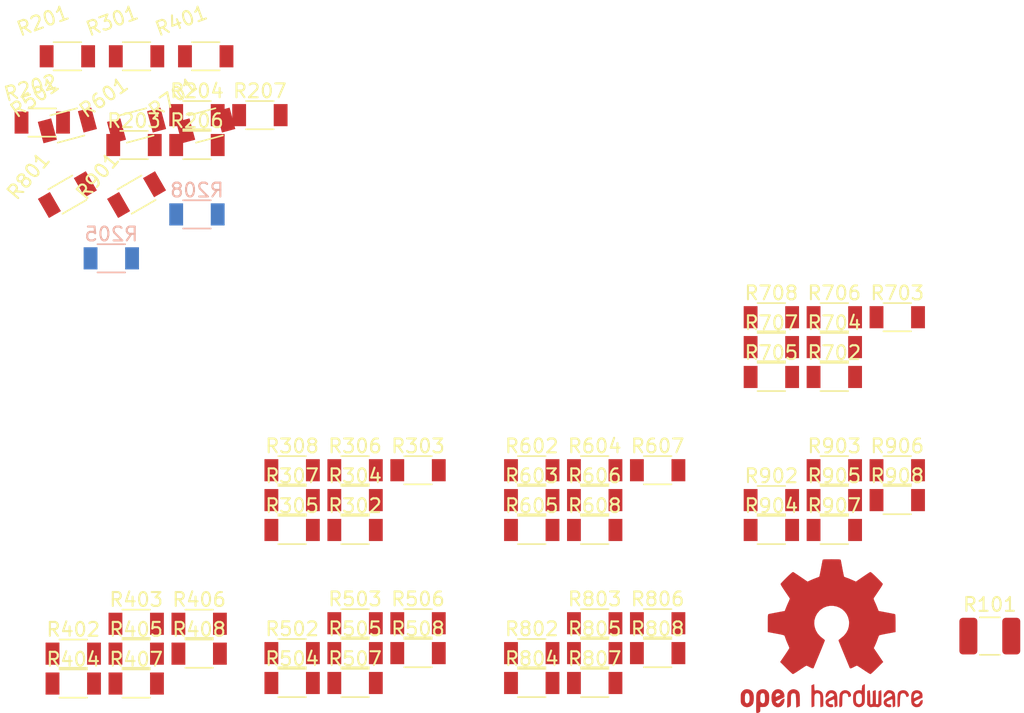
<source format=kicad_pcb>
(kicad_pcb (version 20211014) (generator pcbnew)
  (layers (0 "F.Cu" signal) (31 "B.Cu" signal) (34 "B.Paste" user) (35 "F.Paste" user) (36 "B.SilkS" user "B.Silkscreen") (37 "F.SilkS" user "F.Silkscreen") (38 "B.Mask" user) (39 "F.Mask" user) (44 "Edge.Cuts" user))
  (net 0 "")
  (footprint "Passives:R1206M" (layer "F.Cu") (at 43.815 39.21 30)
    (fp_text reference "R801" (at -1.768 -2.568001 50 unlocked) (layer "F.SilkS"))
    (fp_text value "1k" hide)
    (pad "1" smd rect locked (at -1.5 0 30) (size 1 1.6) (layers "F.Cu" "F.Paste" "F.Mask"))
    (pad "2" smd rect locked (at 1.5 0 30) (size 1 1.6) (layers "F.Cu" "F.Paste" "F.Mask"))
  )
  (footprint "Passives:R1206M" (layer "F.Cu") (at 77.380001 59.130001)
    (fp_text reference "R602" (at 0 -1.75) (layer "F.SilkS"))
    (fp_text value "1k" hide)
    (pad "1" smd rect locked (at -1.5 0) (size 1 1.6) (layers "F.Cu" "F.Paste" "F.Mask"))
    (pad "2" smd rect locked (at 1.5 0) (size 1 1.6) (layers "F.Cu" "F.Paste" "F.Mask"))
  )
  (footprint "Passives:R1206M" (layer "F.Cu") (at 77.380001 61.290001)
    (fp_text reference "R603" (at 0 -1.75) (layer "F.SilkS"))
    (fp_text value "1k" hide)
    (pad "1" smd rect locked (at -1.5 0) (size 1 1.6) (layers "F.Cu" "F.Paste" "F.Mask"))
    (pad "2" smd rect locked (at 1.5 0) (size 1 1.6) (layers "F.Cu" "F.Paste" "F.Mask"))
  )
  (footprint "Passives:R1206M" (layer "F.Cu") (at 81.930001 59.130001)
    (fp_text reference "R604" (at 0 -1.75) (layer "F.SilkS"))
    (fp_text value "1k" hide)
    (pad "1" smd rect locked (at -1.5 0) (size 1 1.6) (layers "F.Cu" "F.Paste" "F.Mask"))
    (pad "2" smd rect locked (at 1.5 0) (size 1 1.6) (layers "F.Cu" "F.Paste" "F.Mask"))
  )
  (footprint "Passives:R1206M" (layer "F.Cu") (at 77.380001 63.450001)
    (fp_text reference "R605" (at 0 -1.75) (layer "F.SilkS"))
    (fp_text value "1k" hide)
    (pad "1" smd rect locked (at -1.5 0) (size 1 1.6) (layers "F.Cu" "F.Paste" "F.Mask"))
    (pad "2" smd rect locked (at 1.5 0) (size 1 1.6) (layers "F.Cu" "F.Paste" "F.Mask"))
  )
  (footprint "Passives:R1206M" (layer "F.Cu") (at 81.930001 61.290001)
    (fp_text reference "R606" (at 0 -1.75) (layer "F.SilkS"))
    (fp_text value "1k" hide)
    (pad "1" smd rect locked (at -1.5 0) (size 1 1.6) (layers "F.Cu" "F.Paste" "F.Mask"))
    (pad "2" smd rect locked (at 1.5 0) (size 1 1.6) (layers "F.Cu" "F.Paste" "F.Mask"))
  )
  (footprint "Passives:R1206M" (layer "F.Cu") (at 86.480001 59.130001)
    (fp_text reference "R607" (at 0 -1.75) (layer "F.SilkS"))
    (fp_text value "1k" hide)
    (pad "1" smd rect locked (at -1.5 0) (size 1 1.6) (layers "F.Cu" "F.Paste" "F.Mask"))
    (pad "2" smd rect locked (at 1.5 0) (size 1 1.6) (layers "F.Cu" "F.Paste" "F.Mask"))
  )
  (footprint "Passives:R1206M" (layer "F.Cu") (at 81.930001 63.450001)
    (fp_text reference "R608" (at 0 -1.75) (layer "F.SilkS"))
    (fp_text value "1k" hide)
    (pad "1" smd rect locked (at -1.5 0) (size 1 1.6) (layers "F.Cu" "F.Paste" "F.Mask"))
    (pad "2" smd rect locked (at 1.5 0) (size 1 1.6) (layers "F.Cu" "F.Paste" "F.Mask"))
  )
  (footprint "Passives:R1206M" (layer "F.Cu") (at 53.815 34.21 15)
    (fp_text reference "R701" (at -1.768001 -2.568001 35 unlocked) (layer "F.SilkS"))
    (fp_text value "1k" hide)
    (pad "1" smd rect locked (at -1.5 0 15) (size 1 1.6) (layers "F.Cu" "F.Paste" "F.Mask"))
    (pad "2" smd rect locked (at 1.5 0 15) (size 1 1.6) (layers "F.Cu" "F.Paste" "F.Mask"))
  )
  (footprint "Passives:R1206M" (layer "F.Cu") (at 99.250001 52.390001)
    (fp_text reference "R702" (at 0 -1.75) (layer "F.SilkS"))
    (fp_text value "1k" hide)
    (pad "1" smd rect locked (at -1.5 0) (size 1 1.6) (layers "F.Cu" "F.Paste" "F.Mask"))
    (pad "2" smd rect locked (at 1.5 0) (size 1 1.6) (layers "F.Cu" "F.Paste" "F.Mask"))
  )
  (footprint "Passives:R1206M" (layer "F.Cu") (at 103.800001 48.070001)
    (fp_text reference "R703" (at 0 -1.75) (layer "F.SilkS"))
    (fp_text value "1k" hide)
    (pad "1" smd rect locked (at -1.5 0) (size 1 1.6) (layers "F.Cu" "F.Paste" "F.Mask"))
    (pad "2" smd rect locked (at 1.5 0) (size 1 1.6) (layers "F.Cu" "F.Paste" "F.Mask"))
  )
  (footprint "Passives:R1206M" (layer "F.Cu") (at 99.250001 50.230001)
    (fp_text reference "R704" (at 0 -1.75) (layer "F.SilkS"))
    (fp_text value "1k" hide)
    (pad "1" smd rect locked (at -1.5 0) (size 1 1.6) (layers "F.Cu" "F.Paste" "F.Mask"))
    (pad "2" smd rect locked (at 1.5 0) (size 1 1.6) (layers "F.Cu" "F.Paste" "F.Mask"))
  )
  (footprint "Passives:R1206M" (layer "F.Cu") (at 94.700001 52.390001)
    (fp_text reference "R705" (at 0 -1.75) (layer "F.SilkS"))
    (fp_text value "1k" hide)
    (pad "1" smd rect locked (at -1.5 0) (size 1 1.6) (layers "F.Cu" "F.Paste" "F.Mask"))
    (pad "2" smd rect locked (at 1.5 0) (size 1 1.6) (layers "F.Cu" "F.Paste" "F.Mask"))
  )
  (footprint "Passives:R1206M" (layer "F.Cu") (at 99.250001 48.070001)
    (fp_text reference "R706" (at 0 -1.75) (layer "F.SilkS"))
    (fp_text value "1k" hide)
    (pad "1" smd rect locked (at -1.5 0) (size 1 1.6) (layers "F.Cu" "F.Paste" "F.Mask"))
    (pad "2" smd rect locked (at 1.5 0) (size 1 1.6) (layers "F.Cu" "F.Paste" "F.Mask"))
  )
  (footprint "Passives:R1206M" (layer "F.Cu") (at 94.700001 50.230001)
    (fp_text reference "R707" (at 0 -1.75) (layer "F.SilkS"))
    (fp_text value "1k" hide)
    (pad "1" smd rect locked (at -1.5 0) (size 1 1.6) (layers "F.Cu" "F.Paste" "F.Mask"))
    (pad "2" smd rect locked (at 1.5 0) (size 1 1.6) (layers "F.Cu" "F.Paste" "F.Mask"))
  )
  (footprint "Passives:R1206M" (layer "F.Cu") (at 94.700001 48.070001)
    (fp_text reference "R708" (at 0 -1.75) (layer "F.SilkS"))
    (fp_text value "1k" hide)
    (pad "1" smd rect locked (at -1.5 0) (size 1 1.6) (layers "F.Cu" "F.Paste" "F.Mask"))
    (pad "2" smd rect locked (at 1.5 0) (size 1 1.6) (layers "F.Cu" "F.Paste" "F.Mask"))
  )
  (footprint "Passives:R1206M" (layer "F.Cu") (at 48.815 34.21 15)
    (fp_text reference "R601" (at -1.768001 -2.568001 35 unlocked) (layer "F.SilkS"))
    (fp_text value "1k" hide)
    (pad "1" smd rect locked (at -1.5 0 15) (size 1 1.6) (layers "F.Cu" "F.Paste" "F.Mask"))
    (pad "2" smd rect locked (at 1.5 0 15) (size 1 1.6) (layers "F.Cu" "F.Paste" "F.Mask"))
  )
  (footprint "Passives:R1206M" (layer "F.Cu") (at 77.380001 72.350001)
    (fp_text reference "R802" (at 0 -1.75) (layer "F.SilkS"))
    (fp_text value "1k" hide)
    (pad "1" smd rect locked (at -1.5 0) (size 1 1.6) (layers "F.Cu" "F.Paste" "F.Mask"))
    (pad "2" smd rect locked (at 1.5 0) (size 1 1.6) (layers "F.Cu" "F.Paste" "F.Mask"))
  )
  (footprint "Passives:R1206M" (layer "F.Cu") (at 81.930001 70.190001)
    (fp_text reference "R803" (at 0 -1.75) (layer "F.SilkS"))
    (fp_text value "1k" hide)
    (pad "1" smd rect locked (at -1.5 0) (size 1 1.6) (layers "F.Cu" "F.Paste" "F.Mask"))
    (pad "2" smd rect locked (at 1.5 0) (size 1 1.6) (layers "F.Cu" "F.Paste" "F.Mask"))
  )
  (footprint "Passives:R1206M" (layer "F.Cu") (at 77.380001 74.510001)
    (fp_text reference "R804" (at 0 -1.75) (layer "F.SilkS"))
    (fp_text value "1k" hide)
    (pad "1" smd rect locked (at -1.5 0) (size 1 1.6) (layers "F.Cu" "F.Paste" "F.Mask"))
    (pad "2" smd rect locked (at 1.5 0) (size 1 1.6) (layers "F.Cu" "F.Paste" "F.Mask"))
  )
  (footprint "Passives:R1206M" (layer "F.Cu") (at 81.930001 72.350001)
    (fp_text reference "R805" (at 0 -1.75) (layer "F.SilkS"))
    (fp_text value "1k" hide)
    (pad "1" smd rect locked (at -1.5 0) (size 1 1.6) (layers "F.Cu" "F.Paste" "F.Mask"))
    (pad "2" smd rect locked (at 1.5 0) (size 1 1.6) (layers "F.Cu" "F.Paste" "F.Mask"))
  )
  (footprint "Passives:R1206M" (layer "F.Cu") (at 86.480001 70.190001)
    (fp_text reference "R806" (at 0 -1.75) (layer "F.SilkS"))
    (fp_text value "1k" hide)
    (pad "1" smd rect locked (at -1.5 0) (size 1 1.6) (layers "F.Cu" "F.Paste" "F.Mask"))
    (pad "2" smd rect locked (at 1.5 0) (size 1 1.6) (layers "F.Cu" "F.Paste" "F.Mask"))
  )
  (footprint "Passives:R1206M" (layer "F.Cu") (at 81.930001 74.510001)
    (fp_text reference "R807" (at 0 -1.75) (layer "F.SilkS"))
    (fp_text value "1k" hide)
    (pad "1" smd rect locked (at -1.5 0) (size 1 1.6) (layers "F.Cu" "F.Paste" "F.Mask"))
    (pad "2" smd rect locked (at 1.5 0) (size 1 1.6) (layers "F.Cu" "F.Paste" "F.Mask"))
  )
  (footprint "Passives:R1206M" (layer "F.Cu") (at 86.480001 72.350001)
    (fp_text reference "R808" (at 0 -1.75) (layer "F.SilkS"))
    (fp_text value "1k" hide)
    (pad "1" smd rect locked (at -1.5 0) (size 1 1.6) (layers "F.Cu" "F.Paste" "F.Mask"))
    (pad "2" smd rect locked (at 1.5 0) (size 1 1.6) (layers "F.Cu" "F.Paste" "F.Mask"))
  )
  (footprint "Passives:R1206M" (layer "F.Cu") (at 48.815 39.21 30)
    (fp_text reference "R901" (at -1.768 -2.568001 50 unlocked) (layer "F.SilkS"))
    (fp_text value "1k" hide)
    (pad "1" smd rect locked (at -1.5 0 30) (size 1 1.6) (layers "F.Cu" "F.Paste" "F.Mask"))
    (pad "2" smd rect locked (at 1.5 0 30) (size 1 1.6) (layers "F.Cu" "F.Paste" "F.Mask"))
  )
  (footprint "Passives:R1206M" (layer "F.Cu") (at 94.700001 61.290001)
    (fp_text reference "R902" (at 0 -1.75) (layer "F.SilkS"))
    (fp_text value "1k" hide)
    (pad "1" smd rect locked (at -1.5 0) (size 1 1.6) (layers "F.Cu" "F.Paste" "F.Mask"))
    (pad "2" smd rect locked (at 1.5 0) (size 1 1.6) (layers "F.Cu" "F.Paste" "F.Mask"))
  )
  (footprint "Passives:R1206M" (layer "F.Cu") (at 99.250001 59.130001)
    (fp_text reference "R903" (at 0 -1.75) (layer "F.SilkS"))
    (fp_text value "1k" hide)
    (pad "1" smd rect locked (at -1.5 0) (size 1 1.6) (layers "F.Cu" "F.Paste" "F.Mask"))
    (pad "2" smd rect locked (at 1.5 0) (size 1 1.6) (layers "F.Cu" "F.Paste" "F.Mask"))
  )
  (footprint "Passives:R1206M" (layer "F.Cu") (at 94.700001 63.450001)
    (fp_text reference "R904" (at 0 -1.75) (layer "F.SilkS"))
    (fp_text value "1k" hide)
    (pad "1" smd rect locked (at -1.5 0) (size 1 1.6) (layers "F.Cu" "F.Paste" "F.Mask"))
    (pad "2" smd rect locked (at 1.5 0) (size 1 1.6) (layers "F.Cu" "F.Paste" "F.Mask"))
  )
  (footprint "Passives:R1206M" (layer "F.Cu") (at 99.250001 61.290001)
    (fp_text reference "R905" (at 0 -1.75) (layer "F.SilkS"))
    (fp_text value "1k" hide)
    (pad "1" smd rect locked (at -1.5 0) (size 1 1.6) (layers "F.Cu" "F.Paste" "F.Mask"))
    (pad "2" smd rect locked (at 1.5 0) (size 1 1.6) (layers "F.Cu" "F.Paste" "F.Mask"))
  )
  (footprint "Passives:R1206M" (layer "F.Cu") (at 103.800001 59.130001)
    (fp_text reference "R906" (at 0 -1.75) (layer "F.SilkS"))
    (fp_text value "1k" hide)
    (pad "1" smd rect locked (at -1.5 0) (size 1 1.6) (layers "F.Cu" "F.Paste" "F.Mask"))
    (pad "2" smd rect locked (at 1.5 0) (size 1 1.6) (layers "F.Cu" "F.Paste" "F.Mask"))
  )
  (footprint "Passives:R1206M" (layer "F.Cu") (at 99.250001 63.450001)
    (fp_text reference "R907" (at 0 -1.75) (layer "F.SilkS"))
    (fp_text value "1k" hide)
    (pad "1" smd rect locked (at -1.5 0) (size 1 1.6) (layers "F.Cu" "F.Paste" "F.Mask"))
    (pad "2" smd rect locked (at 1.5 0) (size 1 1.6) (layers "F.Cu" "F.Paste" "F.Mask"))
  )
  (footprint "Passives:R1206M" (layer "F.Cu") (at 103.800001 61.290001)
    (fp_text reference "R908" (at 0 -1.75) (layer "F.SilkS"))
    (fp_text value "1k" hide)
    (pad "1" smd rect locked (at -1.5 0) (size 1 1.6) (layers "F.Cu" "F.Paste" "F.Mask"))
    (pad "2" smd rect locked (at 1.5 0) (size 1 1.6) (layers "F.Cu" "F.Paste" "F.Mask"))
  )
  (footprint "Passives:R1206M" (layer "F.Cu") (at 53.815 29.21)
    (fp_text reference "R401" (at -1.768 -2.568 20 unlocked) (layer "F.SilkS"))
    (fp_text value "1k" hide)
    (pad "1" smd rect locked (at -1.5 0) (size 1 1.6) (layers "F.Cu" "F.Paste" "F.Mask"))
    (pad "2" smd rect locked (at 1.5 0) (size 1 1.6) (layers "F.Cu" "F.Paste" "F.Mask"))
  )
  (footprint "Passives:R1206M" (layer "F.Cu") (at 42 34)
    (fp_text reference "R202" (at -0.852 -2.504 15 unlocked) (layer "F.SilkS"))
    (fp_text value "1k" hide)
    (pad "1" smd rect locked (at -1.5 0) (size 1 1.6) (layers "F.Cu" "F.Paste" "F.Mask"))
    (pad "2" smd rect locked (at 1.5 0) (size 1 1.6) (layers "F.Cu" "F.Paste" "F.Mask"))
  )
  (footprint "Passives:R1206M" (layer "F.Cu") (at 48.630001 35.625001)
    (fp_text reference "R203" (at 0 -1.75) (layer "F.SilkS"))
    (fp_text value "1k" hide)
    (pad "1" smd rect locked (at -1.5 0) (size 1 1.6) (layers "F.Cu" "F.Paste" "F.Mask"))
    (pad "2" smd rect locked (at 1.5 0) (size 1 1.6) (layers "F.Cu" "F.Paste" "F.Mask"))
  )
  (footprint "Passives:R1206M" (layer "F.Cu") (at 53.180001 33.465001)
    (fp_text reference "R204" (at 0 -1.75) (layer "F.SilkS"))
    (fp_text value "1k" hide)
    (pad "1" smd rect locked (at -1.5 0) (size 1 1.6) (layers "F.Cu" "F.Paste" "F.Mask"))
    (pad "2" smd rect locked (at 1.5 0) (size 1 1.6) (layers "F.Cu" "F.Paste" "F.Mask"))
  )
  (footprint "Passives:R1206M" (layer "F.Cu") (at 53.180001 35.625001)
    (fp_text reference "R206" (at 0 -1.75) (layer "F.SilkS"))
    (fp_text value "1k" hide)
    (pad "1" smd rect locked (at -1.5 0) (size 1 1.6) (layers "F.Cu" "F.Paste" "F.Mask"))
    (pad "2" smd rect locked (at 1.5 0) (size 1 1.6) (layers "F.Cu" "F.Paste" "F.Mask"))
  )
  (footprint "Passives:R1206M" (layer "F.Cu") (at 57.730001 33.465001)
    (fp_text reference "R207" (at 0 -1.75) (layer "F.SilkS"))
    (fp_text value "1k" hide)
    (pad "1" smd rect locked (at -1.5 0) (size 1 1.6) (layers "F.Cu" "F.Paste" "F.Mask"))
    (pad "2" smd rect locked (at 1.5 0) (size 1 1.6) (layers "F.Cu" "F.Paste" "F.Mask"))
  )
  (footprint "Passives:R1206M" (layer "F.Cu") (at 48.815 29.21)
    (fp_text reference "R301" (at -1.768 -2.568 20 unlocked) (layer "F.SilkS"))
    (fp_text value "1k" hide)
    (pad "1" smd rect locked (at -1.5 0) (size 1 1.6) (layers "F.Cu" "F.Paste" "F.Mask"))
    (pad "2" smd rect locked (at 1.5 0) (size 1 1.6) (layers "F.Cu" "F.Paste" "F.Mask"))
  )
  (footprint "Passives:R1206M" (layer "F.Cu") (at 64.610001 63.450001)
    (fp_text reference "R302" (at 0 -1.75) (layer "F.SilkS"))
    (fp_text value "1k" hide)
    (pad "1" smd rect locked (at -1.5 0) (size 1 1.6) (layers "F.Cu" "F.Paste" "F.Mask"))
    (pad "2" smd rect locked (at 1.5 0) (size 1 1.6) (layers "F.Cu" "F.Paste" "F.Mask"))
  )
  (footprint "Passives:R1206M" (layer "F.Cu") (at 69.160001 59.130001)
    (fp_text reference "R303" (at 0 -1.75) (layer "F.SilkS"))
    (fp_text value "1k" hide)
    (pad "1" smd rect locked (at -1.5 0) (size 1 1.6) (layers "F.Cu" "F.Paste" "F.Mask"))
    (pad "2" smd rect locked (at 1.5 0) (size 1 1.6) (layers "F.Cu" "F.Paste" "F.Mask"))
  )
  (footprint "Passives:R1206M" (layer "F.Cu") (at 64.610001 61.290001)
    (fp_text reference "R304" (at 0 -1.75) (layer "F.SilkS"))
    (fp_text value "1k" hide)
    (pad "1" smd rect locked (at -1.5 0) (size 1 1.6) (layers "F.Cu" "F.Paste" "F.Mask"))
    (pad "2" smd rect locked (at 1.5 0) (size 1 1.6) (layers "F.Cu" "F.Paste" "F.Mask"))
  )
  (footprint "Passives:R1206M" (layer "F.Cu") (at 60.060001 63.450001)
    (fp_text reference "R305" (at 0 -1.75) (layer "F.SilkS"))
    (fp_text value "1k" hide)
    (pad "1" smd rect locked (at -1.5 0) (size 1 1.6) (layers "F.Cu" "F.Paste" "F.Mask"))
    (pad "2" smd rect locked (at 1.5 0) (size 1 1.6) (layers "F.Cu" "F.Paste" "F.Mask"))
  )
  (footprint "Passives:R1206M" (layer "F.Cu") (at 64.610001 59.130001)
    (fp_text reference "R306" (at 0 -1.75) (layer "F.SilkS"))
    (fp_text value "1k" hide)
    (pad "1" smd rect locked (at -1.5 0) (size 1 1.6) (layers "F.Cu" "F.Paste" "F.Mask"))
    (pad "2" smd rect locked (at 1.5 0) (size 1 1.6) (layers "F.Cu" "F.Paste" "F.Mask"))
  )
  (footprint "Passives:R1206M" (layer "F.Cu") (at 60.060001 61.290001)
    (fp_text reference "R307" (at 0 -1.75) (layer "F.SilkS"))
    (fp_text value "1k" hide)
    (pad "1" smd rect locked (at -1.5 0) (size 1 1.6) (layers "F.Cu" "F.Paste" "F.Mask"))
    (pad "2" smd rect locked (at 1.5 0) (size 1 1.6) (layers "F.Cu" "F.Paste" "F.Mask"))
  )
  (footprint "Passives:R1206M" (layer "F.Cu") (at 60.060001 59.130001)
    (fp_text reference "R308" (at 0 -1.75) (layer "F.SilkS"))
    (fp_text value "1k" hide)
    (pad "1" smd rect locked (at -1.5 0) (size 1 1.6) (layers "F.Cu" "F.Paste" "F.Mask"))
    (pad "2" smd rect locked (at 1.5 0) (size 1 1.6) (layers "F.Cu" "F.Paste" "F.Mask"))
  )
  (footprint "Passives:R1206M" (layer "F.Cu") (at 43.815 29.21)
    (fp_text reference "R201" (at -1.768 -2.568 20 unlocked) (layer "F.SilkS"))
    (fp_text value "1k" hide)
    (pad "1" smd rect locked (at -1.5 0) (size 1 1.6) (layers "F.Cu" "F.Paste" "F.Mask"))
    (pad "2" smd rect locked (at 1.5 0) (size 1 1.6) (layers "F.Cu" "F.Paste" "F.Mask"))
  )
  (footprint "Passives:R1206M" (layer "F.Cu") (at 44.24 72.39)
    (fp_text reference "R402" (at 0 -1.75) (layer "F.SilkS"))
    (fp_text value "1k" hide)
    (pad "1" smd rect locked (at -1.5 0) (size 1 1.6) (layers "F.Cu" "F.Paste" "F.Mask"))
    (pad "2" smd rect locked (at 1.5 0) (size 1 1.6) (layers "F.Cu" "F.Paste" "F.Mask"))
  )
  (footprint "Passives:R1206M" (layer "F.Cu") (at 48.79 70.23)
    (fp_text reference "R403" (at 0 -1.75) (layer "F.SilkS"))
    (fp_text value "1k" hide)
    (pad "1" smd rect locked (at -1.5 0) (size 1 1.6) (layers "F.Cu" "F.Paste" "F.Mask"))
    (pad "2" smd rect locked (at 1.5 0) (size 1 1.6) (layers "F.Cu" "F.Paste" "F.Mask"))
  )
  (footprint "Passives:R1206M" (layer "F.Cu") (at 44.24 74.55)
    (fp_text reference "R404" (at 0 -1.75) (layer "F.SilkS"))
    (fp_text value "1k" hide)
    (pad "1" smd rect locked (at -1.5 0) (size 1 1.6) (layers "F.Cu" "F.Paste" "F.Mask"))
    (pad "2" smd rect locked (at 1.5 0) (size 1 1.6) (layers "F.Cu" "F.Paste" "F.Mask"))
  )
  (footprint "Passives:R1206M" (layer "F.Cu") (at 48.79 72.39)
    (fp_text reference "R405" (at 0 -1.75) (layer "F.SilkS"))
    (fp_text value "1k" hide)
    (pad "1" smd rect locked (at -1.5 0) (size 1 1.6) (layers "F.Cu" "F.Paste" "F.Mask"))
    (pad "2" smd rect locked (at 1.5 0) (size 1 1.6) (layers "F.Cu" "F.Paste" "F.Mask"))
  )
  (footprint "Passives:R1206M" (layer "F.Cu") (at 53.34 70.23)
    (fp_text reference "R406" (at 0 -1.75) (layer "F.SilkS"))
    (fp_text value "1k" hide)
    (pad "1" smd rect locked (at -1.5 0) (size 1 1.6) (layers "F.Cu" "F.Paste" "F.Mask"))
    (pad "2" smd rect locked (at 1.5 0) (size 1 1.6) (layers "F.Cu" "F.Paste" "F.Mask"))
  )
  (footprint "Passives:R1206M" (layer "F.Cu") (at 48.79 74.55)
    (fp_text reference "R407" (at 0 -1.75) (layer "F.SilkS"))
    (fp_text value "1k" hide)
    (pad "1" smd rect locked (at -1.5 0) (size 1 1.6) (layers "F.Cu" "F.Paste" "F.Mask"))
    (pad "2" smd rect locked (at 1.5 0) (size 1 1.6) (layers "F.Cu" "F.Paste" "F.Mask"))
  )
  (footprint "Passives:R1206M" (layer "F.Cu") (at 53.34 72.39)
    (fp_text reference "R408" (at 0 -1.75) (layer "F.SilkS"))
    (fp_text value "1k" hide)
    (pad "1" smd rect locked (at -1.5 0) (size 1 1.6) (layers "F.Cu" "F.Paste" "F.Mask"))
    (pad "2" smd rect locked (at 1.5 0) (size 1 1.6) (layers "F.Cu" "F.Paste" "F.Mask"))
  )
  (footprint "Passives:R1206M" (layer "F.Cu") (at 43.815 34.21 15)
    (fp_text reference "R501" (at -1.768001 -2.568001 35 unlocked) (layer "F.SilkS"))
    (fp_text value "1k" hide)
    (pad "1" smd rect locked (at -1.5 0 15) (size 1 1.6) (layers "F.Cu" "F.Paste" "F.Mask"))
    (pad "2" smd rect locked (at 1.5 0 15) (size 1 1.6) (layers "F.Cu" "F.Paste" "F.Mask"))
  )
  (footprint "Passives:R1206M" (layer "F.Cu") (at 60.060001 72.350001)
    (fp_text reference "R502" (at 0 -1.75) (layer "F.SilkS"))
    (fp_text value "1k" hide)
    (pad "1" smd rect locked (at -1.5 0) (size 1 1.6) (layers "F.Cu" "F.Paste" "F.Mask"))
    (pad "2" smd rect locked (at 1.5 0) (size 1 1.6) (layers "F.Cu" "F.Paste" "F.Mask"))
  )
  (footprint "Passives:R1206M" (layer "F.Cu") (at 64.610001 70.190001)
    (fp_text reference "R503" (at 0 -1.75) (layer "F.SilkS"))
    (fp_text value "1k" hide)
    (pad "1" smd rect locked (at -1.5 0) (size 1 1.6) (layers "F.Cu" "F.Paste" "F.Mask"))
    (pad "2" smd rect locked (at 1.5 0) (size 1 1.6) (layers "F.Cu" "F.Paste" "F.Mask"))
  )
  (footprint "Passives:R1206M" (layer "F.Cu") (at 60.060001 74.510001)
    (fp_text reference "R504" (at 0 -1.75) (layer "F.SilkS"))
    (fp_text value "1k" hide)
    (pad "1" smd rect locked (at -1.5 0) (size 1 1.6) (layers "F.Cu" "F.Paste" "F.Mask"))
    (pad "2" smd rect locked (at 1.5 0) (size 1 1.6) (layers "F.Cu" "F.Paste" "F.Mask"))
  )
  (footprint "Passives:R1206M" (layer "F.Cu") (at 64.610001 72.350001)
    (fp_text reference "R505" (at 0 -1.75) (layer "F.SilkS"))
    (fp_text value "1k" hide)
    (pad "1" smd rect locked (at -1.5 0) (size 1 1.6) (layers "F.Cu" "F.Paste" "F.Mask"))
    (pad "2" smd rect locked (at 1.5 0) (size 1 1.6) (layers "F.Cu" "F.Paste" "F.Mask"))
  )
  (footprint "Passives:R1206M" (layer "F.Cu") (at 69.160001 70.190001)
    (fp_text reference "R506" (at 0 -1.75) (layer "F.SilkS"))
    (fp_text value "1k" hide)
    (pad "1" smd rect locked (at -1.5 0) (size 1 1.6) (layers "F.Cu" "F.Paste" "F.Mask"))
    (pad "2" smd rect locked (at 1.5 0) (size 1 1.6) (layers "F.Cu" "F.Paste" "F.Mask"))
  )
  (footprint "Passives:R1206M" (layer "F.Cu") (at 64.610001 74.510001)
    (fp_text reference "R507" (at 0 -1.75) (layer "F.SilkS"))
    (fp_text value "1k" hide)
    (pad "1" smd rect locked (at -1.5 0) (size 1 1.6) (layers "F.Cu" "F.Paste" "F.Mask"))
    (pad "2" smd rect locked (at 1.5 0) (size 1 1.6) (layers "F.Cu" "F.Paste" "F.Mask"))
  )
  (footprint "Passives:R1206M" (layer "F.Cu") (at 69.160001 72.350001)
    (fp_text reference "R508" (at 0 -1.75) (layer "F.SilkS"))
    (fp_text value "1k" hide)
    (pad "1" smd rect locked (at -1.5 0) (size 1 1.6) (layers "F.Cu" "F.Paste" "F.Mask"))
    (pad "2" smd rect locked (at 1.5 0) (size 1 1.6) (layers "F.Cu" "F.Paste" "F.Mask"))
  )
  (footprint "Resistor_SMD:R_1210_3225Metric_Pad1.30x2.65mm_HandSolder" (layer "F.Cu") (at 110.49 71.12)
    (fp_text reference "R101" (at 0 -2.28) (layer "F.SilkS"))
    (fp_text value "R")
    (pad "1" smd roundrect (at -1.55 0) (size 1.3 2.65) (layers "F.Cu" "F.Paste" "F.Mask") (roundrect_rratio 0.192308))
    (pad "2" smd roundrect (at 1.55 0) (size 1.3 2.65) (layers "F.Cu" "F.Paste" "F.Mask") (roundrect_rratio 0.192308))
  )
  (footprint "Symbol:OSHW-Logo2_14.6x12mm_Copper" (layer "F.Cu") (at 99.06 71.12)
    (fp_text reference "REF**" hide)
    (fp_text value "OSHW-Logo2_14.6x12mm_Copper" hide)
    (fp_poly (pts (xy -4.8281 3.861903) (xy -4.71655 3.917522) (xy -4.618092 4.019931) (xy -4.590977 4.057864) (xy -4.561438 4.1075) (xy -4.542272 4.161412) (xy -4.531307 4.233364) (xy -4.526371 4.337122) (xy -4.525287 4.474101) (xy -4.530182 4.661815) (xy -4.547196 4.802758) (xy -4.579823 4.907908) (xy -4.631558 4.988243) (xy -4.705896 5.054741) (xy -4.711358 5.058678) (xy -4.78462 5.098953) (xy -4.87284 5.11888) (xy -4.985038 5.123793) (xy -5.167433 5.123793) (xy -5.167509 5.300857) (xy -5.169207 5.39947) (xy -5.17955 5.457314) (xy -5.206578 5.492006) (xy -5.258332 5.521164) (xy -5.270761 5.527121) (xy -5.328923 5.555039) (xy -5.373956 5.572672) (xy -5.407441 5.574194) (xy -5.430962 5.553781) (xy -5.4461 5.505607) (xy -5.454437 5.423846) (xy -5.457556 5.302672) (xy -5.45704 5.13626) (xy -5.454471 4.918785) (xy -5.453668 4.853736) (xy -5.450778 4.629502) (xy -5.448188 4.482821) (xy -5.167586 4.482821) (xy -5.166009 4.607326) (xy -5.159 4.688787) (xy -5.143142 4.742515) (xy -5.115019 4.783823) (xy -5.095925 4.803971) (xy -5.017865 4.862921) (xy -4.948753 4.86772) (xy -4.87744 4.819038) (xy -4.875632 4.817241) (xy -4.846617 4.779618) (xy -4.828967 4.728484) (xy -4.820064 4.649738) (xy -4.817291 4.529276) (xy -4.817241 4.502588) (xy -4.823942 4.336583) (xy -4.845752 4.221505) (xy -4.885235 4.151254) (xy -4.944956 4.119729) (xy -4.979472 4.116552) (xy -5.061389 4.13146) (xy -5.117579 4.180548) (xy -5.151402 4.270362) (xy -5.16622 4.407445) (xy -5.167586 4.482821) (xy -5.448188 4.482821) (xy -5.447713 4.455952) (xy -5.443753 4.325382) (xy -5.438174 4.230087) (xy -5.430254 4.162364) (xy -5.419269 4.114507) (xy -5.404499 4.078813) (xy -5.385218 4.047578) (xy -5.376951 4.035824) (xy -5.267288 3.924797) (xy -5.128635 3.861847) (xy -4.968246 3.844297) (xy -4.8281 3.861903)) (layer "F.Cu") (width 0.01) (fill solid))
    (fp_poly (pts (xy 6.343439 3.95654) (xy 6.45895 4.032034) (xy 6.514664 4.099617) (xy 6.558804 4.222255) (xy 6.562309 4.319298) (xy 6.554368 4.449056) (xy 6.255115 4.580039) (xy 6.109611 4.646958) (xy 6.014537 4.70079) (xy 5.965101 4.747416) (xy 5.956511 4.79272) (xy 5.983972 4.842582) (xy 6.014253 4.875632) (xy 6.102363 4.928633) (xy 6.198196 4.932347) (xy 6.286212 4.891041) (xy 6.350869 4.808983) (xy 6.362433 4.780008) (xy 6.417825 4.689509) (xy 6.481553 4.65094) (xy 6.568966 4.617946) (xy 6.568966 4.743034) (xy 6.561238 4.828156) (xy 6.530966 4.899938) (xy 6.467518 4.982356) (xy 6.458088 4.993066) (xy 6.387513 5.066391) (xy 6.326847 5.105742) (xy 6.25095 5.123845) (xy 6.18803 5.129774) (xy 6.075487 5.131251) (xy 5.99537 5.112535) (xy 5.94539 5.084747) (xy 5.866838 5.023641) (xy 5.812463 4.957554) (xy 5.778052 4.874441) (xy 5.759388 4.762254) (xy 5.752256 4.608946) (xy 5.751687 4.531136) (xy 5.753622 4.437853) (xy 5.929899 4.437853) (xy 5.931944 4.487896) (xy 5.937039 4.496092) (xy 5.970666 4.484958) (xy 6.04303 4.455493) (xy 6.139747 4.413601) (xy 6.159973 4.404597) (xy 6.282203 4.342442) (xy 6.349547 4.287815) (xy 6.364348 4.236649) (xy 6.328947 4.184876) (xy 6.299711 4.162) (xy 6.194216 4.11625) (xy 6.095476 4.123808) (xy 6.012812 4.179651) (xy 5.955548 4.278753) (xy 5.937188 4.357414) (xy 5.929899 4.437853) (xy 5.753622 4.437853) (xy 5.755459 4.349351) (xy 5.769359 4.214853) (xy 5.796894 4.116916) (xy 5.841572 4.044811) (xy 5.906901 3.987813) (xy 5.935383 3.969393) (xy 6.064763 3.921422) (xy 6.206412 3.918403) (xy 6.343439 3.95654)) (layer "F.Cu") (width 0.01) (fill solid))
    (fp_poly (pts (xy 5.33569 3.940018) (xy 5.370585 3.955269) (xy 5.453877 4.021235) (xy 5.525103 4.116618) (xy 5.569153 4.218406) (xy 5.576322 4.268587) (xy 5.552285 4.338647) (xy 5.499561 4.375717) (xy 5.443031 4.398164) (xy 5.417146 4.4023) (xy 5.404542 4.372283) (xy 5.379654 4.306961) (xy 5.368735 4.277445) (xy 5.307508 4.175348) (xy 5.218861 4.124423) (xy 5.105193 4.125989) (xy 5.096774 4.127994) (xy 5.036088 4.156767) (xy 4.991474 4.212859) (xy 4.961002 4.303163) (xy 4.942744 4.434571) (xy 4.934771 4.613974) (xy 4.934023 4.709433) (xy 4.933652 4.859913) (xy 4.931223 4.962495) (xy 4.92476 5.027672) (xy 4.912288 5.065938) (xy 4.891833 5.087785) (xy 4.861419 5.103707) (xy 4.859661 5.104509) (xy 4.801091 5.129272) (xy 4.772075 5.138391) (xy 4.767616 5.110822) (xy 4.763799 5.03462) (xy 4.760899 4.919541) (xy 4.759191 4.775341) (xy 4.758851 4.669814) (xy 4.760588 4.465613) (xy 4.767382 4.310697) (xy 4.781607 4.196024) (xy 4.805638 4.112551) (xy 4.841848 4.051236) (xy 4.892612 4.003034) (xy 4.942739 3.969393) (xy 5.063275 3.924619) (xy 5.203557 3.914521) (xy 5.33569 3.940018)) (layer "F.Cu") (width 0.01) (fill solid))
    (fp_poly (pts (xy 0.209014 -5.547002) (xy 0.367006 -5.546137) (xy 0.481347 -5.543795) (xy 0.559407 -5.539238) (xy 0.608554 -5.53173) (xy 0.636159 -5.520534) (xy 0.649592 -5.504912) (xy 0.656221 -5.484127) (xy 0.656865 -5.481437) (xy 0.666935 -5.432887) (xy 0.685575 -5.337095) (xy 0.710845 -5.204257) (xy 0.740807 -5.044569) (xy 0.773522 -4.868226) (xy 0.774664 -4.862033) (xy 0.807433 -4.689218) (xy 0.838093 -4.536531) (xy 0.864664 -4.413129) (xy 0.885167 -4.328169) (xy 0.897626 -4.29081) (xy 0.89822 -4.290148) (xy 0.934919 -4.271905) (xy 1.010586 -4.241503) (xy 1.108878 -4.205507) (xy 1.109425 -4.205315) (xy 1.233233 -4.158778) (xy 1.379196 -4.099496) (xy 1.516781 -4.039891) (xy 1.523293 -4.036944) (xy 1.74739 -3.935235) (xy 2.243619 -4.274103) (xy 2.395846 -4.377408) (xy 2.533741 -4.469763) (xy 2.649315 -4.545916) (xy 2.734579 -4.600615) (xy 2.781544 -4.628607) (xy 2.786004 -4.630683) (xy 2.820134 -4.62144) (xy 2.883881 -4.576844) (xy 2.979731 -4.494791) (xy 3.110169 -4.373179) (xy 3.243328 -4.243795) (xy 3.371694 -4.116298) (xy 3.486581 -3.999954) (xy 3.581073 -3.901948) (xy 3.648253 -3.829464) (xy 3.681206 -3.789687) (xy 3.682432 -3.787639) (xy 3.686074 -3.760344) (xy 3.67235 -3.715766) (xy 3.637869 -3.647888) (xy 3.579239 -3.550689) (xy 3.49307 -3.418149) (xy 3.3782 -3.247524) (xy 3.276254 -3.097345) (xy 3.185123 -2.96265) (xy 3.110073 -2.85126) (xy 3.056369 -2.770995) (xy 3.02928 -2.729675) (xy 3.027574 -2.72687) (xy 3.030882 -2.687279) (xy 3.055953 -2.610331) (xy 3.097798 -2.510568) (xy 3.112712 -2.478709) (xy 3.177786 -2.336774) (xy 3.247212 -2.175727) (xy 3.303609 -2.036379) (xy 3.344247 -1.932956) (xy 3.376526 -1.854358) (xy 3.395178 -1.81328) (xy 3.397497 -1.810115) (xy 3.431803 -1.804872) (xy 3.512669 -1.790506) (xy 3.629343 -1.769063) (xy 3.771075 -1.742587) (xy 3.92711 -1.713123) (xy 4.086698 -1.682717) (xy 4.239085 -1.653412) (xy 4.373521 -1.627255) (xy 4.479252 -1.60629) (xy 4.545526 -1.592561) (xy 4.561782 -1.58868) (xy 4.578573 -1.5791) (xy 4.591249 -1.557464) (xy 4.600378 -1.516469) (xy 4.606531 -1.448811) (xy 4.61028 -1.347188) (xy 4.612192 -1.204297) (xy 4.61284 -1.012835) (xy 4.612874 -0.934355) (xy 4.612874 -0.296094) (xy 4.459598 -0.26584) (xy 4.374322 -0.249436) (xy 4.24707 -0.225491) (xy 4.093315 -0.196893) (xy 3.928534 -0.166533) (xy 3.882989 -0.158194) (xy 3.730932 -0.12863) (xy 3.598468 -0.099558) (xy 3.496714 -0.073671) (xy 3.436788 -0.053663) (xy 3.426805 -0.047699) (xy 3.402293 -0.005466) (xy 3.367148 0.07637) (xy 3.328173 0.181683) (xy 3.320442 0.204368) (xy 3.26936 0.345018) (xy 3.205954 0.503714) (xy 3.143904 0.646225) (xy 3.143598 0.646886) (xy 3.040267 0.87044) (xy 3.719961 1.870232) (xy 3.283621 2.3073) (xy 3.151649 2.437381) (xy 3.031279 2.552048) (xy 2.929273 2.645181) (xy 2.852391 2.710658) (xy 2.807393 2.742357) (xy 2.800938 2.744368) (xy 2.76304 2.728529) (xy 2.685708 2.684496) (xy 2.577389 2.61749) (xy 2.446532 2.532734) (xy 2.305052 2.437816) (xy 2.161461 2.340998) (xy 2.033435 2.256751) (xy 1.929105 2.190258) (xy 1.8566 2.146702) (xy 1.824158 2.131264) (xy 1.784576 2.144328) (xy 1.709519 2.17875) (xy 1.614468 2.22738) (xy 1.604392 2.232785) (xy 1.476391 2.29698) (xy 1.388618 2.328463) (xy 1.334028 2.328798) (xy 1.305575 2.299548) (xy 1.30541 2.299138) (xy 1.291188 2.264498) (xy 1.257269 2.182269) (xy 1.206284 2.058814) (xy 1.140862 1.900498) (xy 1.063634 1.713686) (xy 0.977229 1.504742) (xy 0.893551 1.302446) (xy 0.801588 1.0792) (xy 0.71715 0.872392) (xy 0.642769 0.688362) (xy 0.580974 0.533451) (xy 0.534297 0.413996) (xy 0.505268 0.336339) (xy 0.496322 0.307356) (xy 0.518756 0.27411) (xy 0.577439 0.221123) (xy 0.655689 0.162704) (xy 0.878534 -0.022048) (xy 1.052718 -0.233818) (xy 1.176154 -0.468144) (xy 1.246754 -0.720566) (xy 1.262431 -0.986623) (xy 1.251036 -1.109425) (xy 1.18895 -1.364207) (xy 1.082023 -1.589199) (xy 0.936889 -1.782183) (xy 0.760178 -1.940939) (xy 0.558522 -2.06325) (xy 0.338554 -2.146895) (xy 0.106906 -2.189656) (xy -0.129791 -2.189313) (xy -0.364905 -2.143648) (xy -0.591804 -2.050441) (xy -0.803856 -1.907473) (xy -0.892364 -1.826617) (xy -1.062111 -1.618993) (xy -1.180301 -1.392105) (xy -1.247722 -1.152567) (xy -1.26516 -0.906993) (xy -1.233402 -0.661997) (xy -1.153235 -0.424192) (xy -1.025445 -0.200193) (xy -0.85082 0.003387) (xy -0.655688 0.162704) (xy -0.574409 0.223602) (xy -0.516991 0.276015) (xy -0.496322 0.307406) (xy -0.507144 0.341639) (xy -0.537923 0.423419) (xy -0.586126 0.546407) (xy -0.649222 0.704263) (xy -0.724678 0.890649) (xy -0.809962 1.099226) (xy -0.893781 1.302496) (xy -0.986255 1.525933) (xy -1.071911 1.732984) (xy -1.148118 1.917286) (xy -1.212247 2.072475) (xy -1.261668 2.192188) (xy -1.293752 2.270061) (xy -1.305641 2.299138) (xy -1.333726 2.328677) (xy -1.388051 2.328591) (xy -1.475605 2.297326) (xy -1.603381 2.233329) (xy -1.604392 2.232785) (xy -1.700598 2.183121) (xy -1.778369 2.146945) (xy -1.822223 2.131408) (xy -1.824158 2.131264) (xy -1.857171 2.147024) (xy -1.930054 2.19085) (xy -2.034678 2.257557) (xy -2.16291 2.341964) (xy -2.305052 2.437816) (xy -2.449767 2.534867) (xy -2.580196 2.61927) (xy -2.68789 2.685801) (xy -2.764402 2.729238) (xy -2.800938 2.744368) (xy -2.834582 2.724482) (xy -2.902224 2.668903) (xy -2.997107 2.583754) (xy -3.11247 2.475153) (xy -3.241555 2.349221) (xy -3.283771 2.307149) (xy -3.720261 1.869931) (xy -3.388023 1.38234) (xy -3.287054 1.232605) (xy -3.198438 1.09822) (xy -3.127146 0.986969) (xy -3.07815 0.906639) (xy -3.056422 0.865014) (xy -3.055785 0.862053) (xy -3.06724 0.822818) (xy -3.098051 0.743895) (xy -3.142884 0.638509) (xy -3.174353 0.567954) (xy -3.233192 0.432876) (xy -3.288604 0.296409) (xy -3.331564 0.181103) (xy -3.343234 0.145977) (xy -3.376389 0.052174) (xy -3.408799 -0.020306) (xy -3.426601 -0.047699) (xy -3.465886 -0.064464) (xy -3.551626 -0.08823) (xy -3.672697 -0.116303) (xy -3.817973 -0.145991) (xy -3.882988 -0.158194) (xy -4.048087 -0.188532) (xy -4.206448 -0.217907) (xy -4.342596 -0.243431) (xy -4.441057 -0.262215) (xy -4.459598 -0.26584) (xy -4.612873 -0.296094) (xy -4.612873 -0.934355) (xy -4.612529 -1.14423) (xy -4.611116 -1.30302) (xy -4.608064 -1.418027) (xy -4.602803 -1.496554) (xy -4.594763 -1.545904) (xy -4.583373 -1.573381) (xy -4.568063 -1.586287) (xy -4.561782 -1.58868) (xy -4.523896 -1.597167) (xy -4.440195 -1.6141) (xy -4.321433 -1.637434) (xy -4.178361 -1.665125) (xy -4.021732 -1.695127) (xy -3.862297 -1.725396) (xy -3.710809 -1.753885) (xy -3.578019 -1.778551) (xy -3.474681 -1.797349) (xy -3.411545 -1.808233) (xy -3.397497 -1.810115) (xy -3.38477 -1.835296) (xy -3.3566 -1.902378) (xy -3.318252 -1.998667) (xy -3.303609 -2.036379) (xy -3.244548 -2.182079) (xy -3.175 -2.343049) (xy -3.112712 -2.478709) (xy -3.066879 -2.582439) (xy -3.036387 -2.667674) (xy -3.026208 -2.719874) (xy -3.027831 -2.72687) (xy -3.049343 -2.759898) (xy -3.098465 -2.833357) (xy -3.169923 -2.939423) (xy -3.258445 -3.070274) (xy -3.358759 -3.218088) (xy -3.378594 -3.247266) (xy -3.494988 -3.420137) (xy -3.580548 -3.551774) (xy -3.638684 -3.648239) (xy -3.672808 -3.715592) (xy -3.686331 -3.759894) (xy -3.682664 -3.787206) (xy -3.68257 -3.78738) (xy -3.653707 -3.823254) (xy -3.589867 -3.892609) (xy -3.497969 -3.988255) (xy -3.384933 -4.103001) (xy -3.257679 -4.229659) (xy -3.243328 -4.243795) (xy -3.082957 -4.399097) (xy -2.959195 -4.51313) (xy -2.869555 -4.587998) (xy -2.811552 -4.625804) (xy -2.786004 -4.630683) (xy -2.748718 -4.609397) (xy -2.671343 -4.560227) (xy -2.561867 -4.488425) (xy -2.42828 -4.399245) (xy -2.27857 -4.297937) (xy -2.243618 -4.274103) (xy -1.74739 -3.935235) (xy -1.523293 -4.036944) (xy -1.387011 -4.096217) (xy -1.240724 -4.15583) (xy -1.114965 -4.20336) (xy -1.109425 -4.205315) (xy -1.011057 -4.241323) (xy -0.935229 -4.271771) (xy -0.898282 -4.290095) (xy -0.89822 -4.290148) (xy -0.886496 -4.323271) (xy -0.866568 -4.404733) (xy -0.840413 -4.525375) (xy -0.81001 -4.676041) (xy -0.777337 -4.847572) (xy -0.774664 -4.862033) (xy -0.74189 -5.038765) (xy -0.711802 -5.19919) (xy -0.686339 -5.333112) (xy -0.667441 -5.430337) (xy -0.657047 -5.480668) (xy -0.656865 -5.481437) (xy -0.650539 -5.502847) (xy -0.638239 -5.519012) (xy -0.612594 -5.530669) (xy -0.566235 -5.538555) (xy -0.491792 -5.543407) (xy -0.381895 -5.545961) (xy -0.229175 -5.546955) (xy -0.026262 -5.547126) (xy 0 -5.547126) (xy 0.209014 -5.547002)) (layer "F.Cu") (width 0.01) (fill solid))
    (fp_poly (pts (xy -1.255402 3.723857) (xy -1.246846 3.843188) (xy -1.237019 3.913506) (xy -1.223401 3.944179) (xy -1.203473 3.944571) (xy -1.197011 3.94091) (xy -1.11106 3.914398) (xy -0.999255 3.915946) (xy -0.885586 3.943199) (xy -0.81449 3.978455) (xy -0.741595 4.034778) (xy -0.688307 4.098519) (xy -0.651725 4.17951) (xy -0.62895 4.287586) (xy -0.617081 4.43258) (xy -0.613218 4.624326) (xy -0.613149 4.661109) (xy -0.613103 5.074288) (xy -0.705046 5.106339) (xy -0.770348 5.128144) (xy -0.806176 5.138297) (xy -0.80723 5.138391) (xy -0.810758 5.11086) (xy -0.813761 5.034923) (xy -0.81601 4.920565) (xy -0.817276 4.777769) (xy -0.817471 4.690951) (xy -0.817877 4.519773) (xy -0.819968 4.397088) (xy -0.825053 4.313) (xy -0.83444 4.257614) (xy -0.849439 4.221032) (xy -0.871358 4.193359) (xy -0.885043 4.180032) (xy -0.979051 4.126328) (xy -1.081636 4.122307) (xy -1.17471 4.167725) (xy -1.191922 4.184123) (xy -1.217168 4.214957) (xy -1.23468 4.251531) (xy -1.245858 4.304415) (xy -1.252104 4.384177) (xy -1.254818 4.501385) (xy -1.255402 4.662991) (xy -1.255402 5.074288) (xy -1.347345 5.106339) (xy -1.412647 5.128144) (xy -1.448475 5.138297) (xy -1.449529 5.138391) (xy -1.452225 5.110448) (xy -1.454655 5.03163) (xy -1.456722 4.909453) (xy -1.458329 4.751432) (xy -1.459377 4.565083) (xy -1.459769 4.35792) (xy -1.45977 4.348706) (xy -1.45977 3.55902) (xy -1.364885 3.518997) (xy -1.27 3.478973) (xy -1.255402 3.723857)) (layer "F.Cu") (width 0.01) (fill solid))
    (fp_poly (pts (xy 4.314406 3.935156) (xy 4.398469 3.973393) (xy 4.46445 4.019726) (xy 4.512794 4.071532) (xy 4.546172 4.138363) (xy 4.567253 4.229769) (xy 4.578707 4.355301) (xy 4.583203 4.524508) (xy 4.583678 4.635933) (xy 4.583678 5.070627) (xy 4.509316 5.104509) (xy 4.450746 5.129272) (xy 4.42173 5.138391) (xy 4.416179 5.111257) (xy 4.411775 5.038094) (xy 4.409078 4.931263) (xy 4.408506 4.846437) (xy 4.406046 4.723887) (xy 4.399412 4.626668) (xy 4.389726 4.567134) (xy 4.382032 4.554483) (xy 4.330311 4.567402) (xy 4.249117 4.600539) (xy 4.155102 4.645461) (xy 4.064917 4.693735) (xy 3.995215 4.736928) (xy 3.962648 4.766608) (xy 3.962519 4.766929) (xy 3.96532 4.821857) (xy 3.990439 4.874292) (xy 4.034541 4.916881) (xy 4.098909 4.931126) (xy 4.153921 4.929466) (xy 4.231835 4.928245) (xy 4.272732 4.946498) (xy 4.297295 4.994726) (xy 4.300392 5.00382) (xy 4.31104 5.072598) (xy 4.282565 5.11436) (xy 4.208344 5.134263) (xy 4.128168 5.137944) (xy 3.98389 5.110658) (xy 3.909203 5.07169) (xy 3.816963 4.980148) (xy 3.768043 4.867782) (xy 3.763654 4.749051) (xy 3.805001 4.638411) (xy 3.867197 4.56908) (xy 3.929294 4.530265) (xy 4.026895 4.481125) (xy 4.140632 4.431292) (xy 4.15959 4.423677) (xy 4.284521 4.368545) (xy 4.356539 4.319954) (xy 4.3797 4.271647) (xy 4.358064 4.21737) (xy 4.32092 4.174943) (xy 4.233127 4.122702) (xy 4.13653 4.118784) (xy 4.047944 4.159041) (xy 3.984186 4.239326) (xy 3.975817 4.26004) (xy 3.927096 4.336225) (xy 3.855965 4.392785) (xy 3.766207 4.439201) (xy 3.766207 4.307584) (xy 3.77149 4.227168) (xy 3.794142 4.163786) (xy 3.844367 4.096163) (xy 3.892582 4.044076) (xy 3.967554 3.970322) (xy 4.025806 3.930702) (xy 4.088372 3.91481) (xy 4.159193 3.912184) (xy 4.314406 3.935156)) (layer "F.Cu") (width 0.01) (fill solid))
    (fp_poly (pts (xy 1.065943 3.92192) (xy 1.198565 3.970859) (xy 1.30601 4.057419) (xy 1.348032 4.118352) (xy 1.393843 4.230161) (xy 1.392891 4.311006) (xy 1.344808 4.365378) (xy 1.327017 4.374624) (xy 1.250204 4.40345) (xy 1.210976 4.396065) (xy 1.197689 4.347658) (xy 1.197012 4.32092) (xy 1.172686 4.222548) (xy 1.109281 4.153734) (xy 1.021154 4.120498) (xy 0.922663 4.128861) (xy 0.842602 4.172296) (xy 0.815561 4.197072) (xy 0.796394 4.227129) (xy 0.783446 4.272565) (xy 0.775064 4.343476) (xy 0.769593 4.44996) (xy 0.765378 4.602112) (xy 0.764287 4.650287) (xy 0.760307 4.815095) (xy 0.755781 4.931088) (xy 0.748995 5.007833) (xy 0.738231 5.054893) (xy 0.721773 5.081835) (xy 0.697906 5.098223) (xy 0.682626 5.105463) (xy 0.617733 5.13022) (xy 0.579534 5.138391) (xy 0.566912 5.111103) (xy 0.559208 5.028603) (xy 0.55638 4.889941) (xy 0.558386 4.694162) (xy 0.559011 4.663965) (xy 0.563421 4.485349) (xy 0.568635 4.354923) (xy 0.576055 4.262492) (xy 0.587082 4.197858) (xy 0.603117 4.150825) (xy 0.625561 4.111196) (xy 0.637302 4.094215) (xy 0.704619 4.01908) (xy 0.77991 3.960638) (xy 0.789128 3.955536) (xy 0.924133 3.91526) (xy 1.065943 3.92192)) (layer "F.Cu") (width 0.01) (fill solid))
    (fp_poly (pts (xy 0.079944 3.92436) (xy 0.194343 3.966842) (xy 0.195652 3.967658) (xy 0.266403 4.01973) (xy 0.318636 4.080584) (xy 0.355371 4.159887) (xy 0.379634 4.267309) (xy 0.394445 4.412517) (xy 0.402829 4.605179) (xy 0.403564 4.632628) (xy 0.41412 5.046521) (xy 0.325291 5.092456) (xy 0.261018 5.123498) (xy 0.22221 5.138206) (xy 0.220415 5.138391) (xy 0.2137 5.11125) (xy 0.208365 5.038041) (xy 0.205083 4.931081) (xy 0.204368 4.844469) (xy 0.204351 4.704162) (xy 0.197937 4.616051) (xy 0.17558 4.574025) (xy 0.127732 4.571975) (xy 0.044849 4.60379) (xy -0.080287 4.662272) (xy -0.172303 4.710845) (xy -0.219629 4.752986) (xy -0.233542 4.798916) (xy -0.233563 4.801189) (xy -0.210605 4.880311) (xy -0.14263 4.923055) (xy -0.038602 4.929246) (xy 0.03633 4.928172) (xy 0.075839 4.949753) (xy 0.100478 5.001591) (xy 0.114659 5.067632) (xy 0.094223 5.105104) (xy 0.086528 5.110467) (xy 0.014083 5.132006) (xy -0.087367 5.135055) (xy -0.191843 5.120778) (xy -0.265875 5.094688) (xy -0.368228 5.007785) (xy -0.426409 4.886816) (xy -0.437931 4.792308) (xy -0.429138 4.707062) (xy -0.39732 4.637476) (xy -0.334316 4.575672) (xy -0.231969 4.513772) (xy -0.082118 4.443897) (xy -0.072988 4.439948) (xy 0.061997 4.377588) (xy 0.145294 4.326446) (xy 0.180997 4.280488) (xy 0.173203 4.233683) (xy 0.126007 4.179998) (xy 0.111894 4.167644) (xy 0.017359 4.119741) (xy -0.080594 4.121758) (xy -0.165903 4.168724) (xy -0.222504 4.255669) (xy -0.227763 4.272734) (xy -0.278977 4.355504) (xy -0.343963 4.395372) (xy -0.437931 4.434882) (xy -0.437931 4.332658) (xy -0.409347 4.184072) (xy -0.324505 4.047784) (xy -0.280355 4.002191) (xy -0.179995 3.943674) (xy -0.052365 3.917184) (xy 0.079944 3.92436)) (layer "F.Cu") (width 0.01) (fill solid))
    (fp_poly (pts (xy -5.951779 3.866015) (xy -5.814939 3.937968) (xy -5.713949 4.053766) (xy -5.678075 4.128213) (xy -5.650161 4.239992) (xy -5.635871 4.381227) (xy -5.634516 4.535371) (xy -5.645405 4.685879) (xy -5.667847 4.816205) (xy -5.70115 4.909803) (xy -5.711385 4.925922) (xy -5.832618 5.046249) (xy -5.976613 5.118317) (xy -6.132861 5.139408) (xy -6.290852 5.106802) (xy -6.33482 5.087253) (xy -6.420444 5.027012) (xy -6.495592 4.947135) (xy -6.502694 4.937004) (xy -6.531561 4.888181) (xy -6.550643 4.83599) (xy -6.561916 4.767285) (xy -6.567355 4.668918) (xy -6.568938 4.527744) (xy -6.568965 4.496092) (xy -6.568893 4.486019) (xy -6.277011 4.486019) (xy -6.275313 4.619256) (xy -6.268628 4.707674) (xy -6.254575 4.764785) (xy -6.230771 4.804102) (xy -6.218621 4.817241) (xy -6.148764 4.867172) (xy -6.080941 4.864895) (xy -6.012365 4.821584) (xy -5.971465 4.775346) (xy -5.947242 4.707857) (xy -5.933639 4.601433) (xy -5.932706 4.58902) (xy -5.930384 4.396147) (xy -5.95465 4.2529) (xy -6.005176 4.16016) (xy -6.081632 4.118807) (xy -6.108924 4.116552) (xy -6.180589 4.127893) (xy -6.22961 4.167184) (xy -6.259582 4.242326) (xy -6.274101 4.361222) (xy -6.277011 4.486019) (xy -6.568893 4.486019) (xy -6.567878 4.345659) (xy -6.563312 4.240549) (xy -6.553312 4.167714) (xy -6.535921 4.114108) (xy -6.509184 4.066681) (xy -6.503276 4.057864) (xy -6.403968 3.939007) (xy -6.295758 3.870008) (xy -6.164019 3.842619) (xy -6.119283 3.841281) (xy -5.951779 3.866015)) (layer "F.Cu") (width 0.01) (fill solid))
    (fp_poly (pts (xy -3.684448 3.884676) (xy -3.569342 3.962111) (xy -3.480389 4.073949) (xy -3.427251 4.216265) (xy -3.416503 4.321015) (xy -3.417724 4.364726) (xy -3.427944 4.398194) (xy -3.456039 4.428179) (xy -3.510884 4.46144) (xy -3.601355 4.504738) (xy -3.736328 4.564833) (xy -3.737011 4.565134) (xy -3.861249 4.622037) (xy -3.963127 4.672565) (xy -4.032233 4.71128) (xy -4.058154 4.73274) (xy -4.058161 4.732913) (xy -4.035315 4.779644) (xy -3.981891 4.831154) (xy -3.920558 4.868261) (xy -3.889485 4.875632) (xy -3.804711 4.850138) (xy -3.731707 4.786291) (xy -3.696087 4.716094) (xy -3.66182 4.664343) (xy -3.594697 4.605409) (xy -3.515792 4.554496) (xy -3.446179 4.526809) (xy -3.431623 4.525287) (xy -3.415237 4.550321) (xy -3.41425 4.614311) (xy -3.426292 4.700593) (xy -3.448993 4.792501) (xy -3.479986 4.873369) (xy -3.481552 4.876509) (xy -3.574819 5.006734) (xy -3.695696 5.095311) (xy -3.832973 5.138786) (xy -3.97544 5.133706) (xy -4.111888 5.076616) (xy -4.117955 5.072602) (xy -4.22529 4.975326) (xy -4.295868 4.848409) (xy -4.334926 4.681526) (xy -4.340168 4.634639) (xy -4.349452 4.413329) (xy -4.338322 4.310124) (xy -4.058161 4.310124) (xy -4.054521 4.374503) (xy -4.034611 4.393291) (xy -3.984974 4.379235) (xy -3.906733 4.346009) (xy -3.819274 4.304359) (xy -3.817101 4.303256) (xy -3.74297 4.264265) (xy -3.713219 4.238244) (xy -3.720555 4.210965) (xy -3.751447 4.175121) (xy -3.83004 4.123251) (xy -3.914677 4.119439) (xy -3.990597 4.157189) (xy -4.043035 4.230001) (xy -4.058161 4.310124) (xy -4.338322 4.310124) (xy -4.330356 4.236261) (xy -4.281366 4.095829) (xy -4.213164 3.997447) (xy -4.090065 3.89803) (xy -3.954472 3.848711) (xy -3.816045 3.845568) (xy -3.684448 3.884676)) (layer "F.Cu") (width 0.01) (fill solid))
    (fp_poly (pts (xy 2.393914 4.154455) (xy 2.393543 4.372661) (xy 2.392108 4.540519) (xy 2.389002 4.66607) (xy 2.383622 4.757355) (xy 2.375362 4.822415) (xy 2.363616 4.869291) (xy 2.347781 4.906024) (xy 2.33579 4.926991) (xy 2.23649 5.040694) (xy 2.110588 5.111965) (xy 1.971291 5.137538) (xy 1.831805 5.11415) (xy 1.748743 5.072119) (xy 1.661545 4.999411) (xy 1.602117 4.910612) (xy 1.566261 4.79432) (xy 1.549781 4.639135) (xy 1.547447 4.525287) (xy 1.547761 4.517106) (xy 1.751724 4.517106) (xy 1.75297 4.647657) (xy 1.758678 4.73408) (xy 1.771804 4.790618) (xy 1.795306 4.831514) (xy 1.823386 4.862362) (xy 1.917688 4.921905) (xy 2.01894 4.926992) (xy 2.114636 4.877279) (xy 2.122084 4.870543) (xy 2.153874 4.835502) (xy 2.173808 4.793811) (xy 2.1846 4.731762) (xy 2.188965 4.635644) (xy 2.189655 4.529379) (xy 2.188159 4.39588) (xy 2.181964 4.306822) (xy 2.168514 4.248293) (xy 2.145251 4.206382) (xy 2.126175 4.184123) (xy 2.037563 4.127985) (xy 1.935508 4.121235) (xy 1.838095 4.164114) (xy 1.819296 4.180032) (xy 1.787293 4.215382) (xy 1.767318 4.257502) (xy 1.756593 4.320251) (xy 1.752339 4.417487) (xy 1.751724 4.517106) (xy 1.547761 4.517106) (xy 1.554504 4.341947) (xy 1.578472 4.204195) (xy 1.623548 4.100632) (xy 1.693928 4.019856) (xy 1.748743 3.978455) (xy 1.848376 3.933728) (xy 1.963855 3.912967) (xy 2.071199 3.918525) (xy 2.131264 3.940943) (xy 2.154835 3.947323) (xy 2.170477 3.923535) (xy 2.181395 3.859788) (xy 2.189655 3.762687) (xy 2.198699 3.654541) (xy 2.211261 3.589475) (xy 2.234119 3.552268) (xy 2.274051 3.527699) (xy 2.299138 3.516819) (xy 2.394023 3.477072) (xy 2.393914 4.154455)) (layer "F.Cu") (width 0.01) (fill solid))
    (fp_poly (pts (xy 3.580124 3.93984) (xy 3.584579 4.016653) (xy 3.588071 4.133391) (xy 3.590315 4.280821) (xy 3.591035 4.435455) (xy 3.591035 4.958727) (xy 3.498645 5.051117) (xy 3.434978 5.108047) (xy 3.379089 5.131107) (xy 3.302702 5.129647) (xy 3.27238 5.125934) (xy 3.17761 5.115126) (xy 3.099222 5.108933) (xy 3.080115 5.108361) (xy 3.015699 5.112102) (xy 2.923571 5.121494) (xy 2.88785 5.125934) (xy 2.800114 5.132801) (xy 2.741153 5.117885) (xy 2.68269 5.071835) (xy 2.661585 5.051117) (xy 2.569195 4.958727) (xy 2.569195 3.979947) (xy 2.643558 3.946066) (xy 2.70759 3.92097) (xy 2.745052 3.912184) (xy 2.754657 3.93995) (xy 2.763635 4.01753) (xy 2.771386 4.136348) (xy 2.777314 4.287828) (xy 2.780173 4.415805) (xy 2.788161 4.919425) (xy 2.857848 4.929278) (xy 2.921229 4.922389) (xy 2.952286 4.900083) (xy 2.960967 4.858379) (xy 2.968378 4.769544) (xy 2.973931 4.644834) (xy 2.977036 4.495507) (xy 2.977484 4.418661) (xy 2.977931 3.976287) (xy 3.069874 3.944235) (xy 3.134949 3.922443) (xy 3.170347 3.912281) (xy 3.171368 3.912184) (xy 3.17492 3.939809) (xy 3.178823 4.016411) (xy 3.182751 4.132579) (xy 3.186376 4.278904) (xy 3.188908 4.415805) (xy 3.196897 4.919425) (xy 3.372069 4.919425) (xy 3.380107 4.459965) (xy 3.388146 4.000505) (xy 3.473543 3.956344) (xy 3.536593 3.926019) (xy 3.57391 3.912258) (xy 3.574987 3.912184) (xy 3.580124 3.93984)) (layer "F.Cu") (width 0.01) (fill solid))
    (fp_poly (pts (xy -2.582571 3.877719) (xy -2.488877 3.931914) (xy -2.423736 3.985707) (xy -2.376093 4.042066) (xy -2.343272 4.110987) (xy -2.322594 4.202468) (xy -2.31138 4.326506) (xy -2.306951 4.493098) (xy -2.306437 4.612851) (xy -2.306437 5.053659) (xy -2.430517 5.109283) (xy -2.554598 5.164907) (xy -2.569195 4.682095) (xy -2.575227 4.501779) (xy -2.581555 4.370901) (xy -2.589394 4.280511) (xy -2.599963 4.221664) (xy -2.614477 4.185413) (xy -2.634152 4.16281) (xy -2.640465 4.157917) (xy -2.736112 4.119706) (xy -2.832793 4.134827) (xy -2.890345 4.174943) (xy -2.913755 4.20337) (xy -2.929961 4.240672) (xy -2.940259 4.297223) (xy -2.945951 4.383394) (xy -2.948336 4.509558) (xy -2.948736 4.641042) (xy -2.948814 4.805999) (xy -2.951639 4.922761) (xy -2.961093 5.00151) (xy -2.98106 5.052431) (xy -3.015424 5.085706) (xy -3.068068 5.11152) (xy -3.138383 5.138344) (xy -3.21518 5.167542) (xy -3.206038 4.649346) (xy -3.202357 4.462539) (xy -3.19805 4.32449) (xy -3.191877 4.225568) (xy -3.182598 4.156145) (xy -3.168973 4.10659) (xy -3.149761 4.067273) (xy -3.126598 4.032584) (xy -3.014848 3.92177) (xy -2.878487 3.857689) (xy -2.730175 3.842339) (xy -2.582571 3.877719)) (layer "F.Cu") (width 0.01) (fill solid))
  )
  (footprint "Passives:R1206M" (layer "B.Cu") (at 46.99 43.815 180)
    (fp_text reference "R205" (at 0 1.75) (layer "B.SilkS") (effects (justify mirror)))
    (fp_text value "1k" hide)
    (pad "1" smd rect locked (at -1.5 0 180) (size 1 1.6) (layers "B.Cu" "B.Paste" "B.Mask"))
    (pad "2" smd rect locked (at 1.5 0 180) (size 1 1.6) (layers "B.Cu" "B.Paste" "B.Mask"))
  )
  (footprint "Passives:R1206M" (layer "B.Cu") (at 53.180001 40.64 180)
    (fp_text reference "R208" (at 0 1.75) (layer "B.SilkS") (effects (justify mirror)))
    (fp_text value "1k" hide)
    (pad "1" smd rect locked (at -1.5 0 180) (size 1 1.6) (layers "B.Cu" "B.Paste" "B.Mask"))
    (pad "2" smd rect locked (at 1.5 0 180) (size 1 1.6) (layers "B.Cu" "B.Paste" "B.Mask"))
  )
)
</source>
